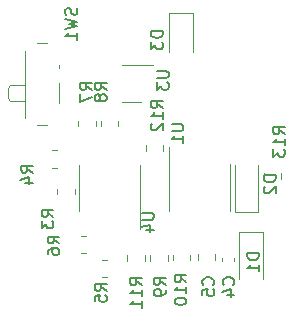
<source format=gbr>
%TF.GenerationSoftware,KiCad,Pcbnew,7.0.5*%
%TF.CreationDate,2023-07-26T01:35:09-03:00*%
%TF.ProjectId,HallCoinDetector,48616c6c-436f-4696-9e44-65746563746f,rev?*%
%TF.SameCoordinates,Original*%
%TF.FileFunction,Legend,Bot*%
%TF.FilePolarity,Positive*%
%FSLAX46Y46*%
G04 Gerber Fmt 4.6, Leading zero omitted, Abs format (unit mm)*
G04 Created by KiCad (PCBNEW 7.0.5) date 2023-07-26 01:35:09*
%MOMM*%
%LPD*%
G01*
G04 APERTURE LIST*
%ADD10C,0.150000*%
%ADD11C,0.120000*%
G04 APERTURE END LIST*
D10*
%TO.C,R8*%
X162354819Y-102193333D02*
X161878628Y-101860000D01*
X162354819Y-101621905D02*
X161354819Y-101621905D01*
X161354819Y-101621905D02*
X161354819Y-102002857D01*
X161354819Y-102002857D02*
X161402438Y-102098095D01*
X161402438Y-102098095D02*
X161450057Y-102145714D01*
X161450057Y-102145714D02*
X161545295Y-102193333D01*
X161545295Y-102193333D02*
X161688152Y-102193333D01*
X161688152Y-102193333D02*
X161783390Y-102145714D01*
X161783390Y-102145714D02*
X161831009Y-102098095D01*
X161831009Y-102098095D02*
X161878628Y-102002857D01*
X161878628Y-102002857D02*
X161878628Y-101621905D01*
X161783390Y-102764762D02*
X161735771Y-102669524D01*
X161735771Y-102669524D02*
X161688152Y-102621905D01*
X161688152Y-102621905D02*
X161592914Y-102574286D01*
X161592914Y-102574286D02*
X161545295Y-102574286D01*
X161545295Y-102574286D02*
X161450057Y-102621905D01*
X161450057Y-102621905D02*
X161402438Y-102669524D01*
X161402438Y-102669524D02*
X161354819Y-102764762D01*
X161354819Y-102764762D02*
X161354819Y-102955238D01*
X161354819Y-102955238D02*
X161402438Y-103050476D01*
X161402438Y-103050476D02*
X161450057Y-103098095D01*
X161450057Y-103098095D02*
X161545295Y-103145714D01*
X161545295Y-103145714D02*
X161592914Y-103145714D01*
X161592914Y-103145714D02*
X161688152Y-103098095D01*
X161688152Y-103098095D02*
X161735771Y-103050476D01*
X161735771Y-103050476D02*
X161783390Y-102955238D01*
X161783390Y-102955238D02*
X161783390Y-102764762D01*
X161783390Y-102764762D02*
X161831009Y-102669524D01*
X161831009Y-102669524D02*
X161878628Y-102621905D01*
X161878628Y-102621905D02*
X161973866Y-102574286D01*
X161973866Y-102574286D02*
X162164342Y-102574286D01*
X162164342Y-102574286D02*
X162259580Y-102621905D01*
X162259580Y-102621905D02*
X162307200Y-102669524D01*
X162307200Y-102669524D02*
X162354819Y-102764762D01*
X162354819Y-102764762D02*
X162354819Y-102955238D01*
X162354819Y-102955238D02*
X162307200Y-103050476D01*
X162307200Y-103050476D02*
X162259580Y-103098095D01*
X162259580Y-103098095D02*
X162164342Y-103145714D01*
X162164342Y-103145714D02*
X161973866Y-103145714D01*
X161973866Y-103145714D02*
X161878628Y-103098095D01*
X161878628Y-103098095D02*
X161831009Y-103050476D01*
X161831009Y-103050476D02*
X161783390Y-102955238D01*
%TO.C,R6*%
X158354819Y-115193333D02*
X157878628Y-114860000D01*
X158354819Y-114621905D02*
X157354819Y-114621905D01*
X157354819Y-114621905D02*
X157354819Y-115002857D01*
X157354819Y-115002857D02*
X157402438Y-115098095D01*
X157402438Y-115098095D02*
X157450057Y-115145714D01*
X157450057Y-115145714D02*
X157545295Y-115193333D01*
X157545295Y-115193333D02*
X157688152Y-115193333D01*
X157688152Y-115193333D02*
X157783390Y-115145714D01*
X157783390Y-115145714D02*
X157831009Y-115098095D01*
X157831009Y-115098095D02*
X157878628Y-115002857D01*
X157878628Y-115002857D02*
X157878628Y-114621905D01*
X157354819Y-116050476D02*
X157354819Y-115860000D01*
X157354819Y-115860000D02*
X157402438Y-115764762D01*
X157402438Y-115764762D02*
X157450057Y-115717143D01*
X157450057Y-115717143D02*
X157592914Y-115621905D01*
X157592914Y-115621905D02*
X157783390Y-115574286D01*
X157783390Y-115574286D02*
X158164342Y-115574286D01*
X158164342Y-115574286D02*
X158259580Y-115621905D01*
X158259580Y-115621905D02*
X158307200Y-115669524D01*
X158307200Y-115669524D02*
X158354819Y-115764762D01*
X158354819Y-115764762D02*
X158354819Y-115955238D01*
X158354819Y-115955238D02*
X158307200Y-116050476D01*
X158307200Y-116050476D02*
X158259580Y-116098095D01*
X158259580Y-116098095D02*
X158164342Y-116145714D01*
X158164342Y-116145714D02*
X157926247Y-116145714D01*
X157926247Y-116145714D02*
X157831009Y-116098095D01*
X157831009Y-116098095D02*
X157783390Y-116050476D01*
X157783390Y-116050476D02*
X157735771Y-115955238D01*
X157735771Y-115955238D02*
X157735771Y-115764762D01*
X157735771Y-115764762D02*
X157783390Y-115669524D01*
X157783390Y-115669524D02*
X157831009Y-115621905D01*
X157831009Y-115621905D02*
X157926247Y-115574286D01*
%TO.C,R10*%
X169104819Y-118467142D02*
X168628628Y-118133809D01*
X169104819Y-117895714D02*
X168104819Y-117895714D01*
X168104819Y-117895714D02*
X168104819Y-118276666D01*
X168104819Y-118276666D02*
X168152438Y-118371904D01*
X168152438Y-118371904D02*
X168200057Y-118419523D01*
X168200057Y-118419523D02*
X168295295Y-118467142D01*
X168295295Y-118467142D02*
X168438152Y-118467142D01*
X168438152Y-118467142D02*
X168533390Y-118419523D01*
X168533390Y-118419523D02*
X168581009Y-118371904D01*
X168581009Y-118371904D02*
X168628628Y-118276666D01*
X168628628Y-118276666D02*
X168628628Y-117895714D01*
X169104819Y-119419523D02*
X169104819Y-118848095D01*
X169104819Y-119133809D02*
X168104819Y-119133809D01*
X168104819Y-119133809D02*
X168247676Y-119038571D01*
X168247676Y-119038571D02*
X168342914Y-118943333D01*
X168342914Y-118943333D02*
X168390533Y-118848095D01*
X168104819Y-120038571D02*
X168104819Y-120133809D01*
X168104819Y-120133809D02*
X168152438Y-120229047D01*
X168152438Y-120229047D02*
X168200057Y-120276666D01*
X168200057Y-120276666D02*
X168295295Y-120324285D01*
X168295295Y-120324285D02*
X168485771Y-120371904D01*
X168485771Y-120371904D02*
X168723866Y-120371904D01*
X168723866Y-120371904D02*
X168914342Y-120324285D01*
X168914342Y-120324285D02*
X169009580Y-120276666D01*
X169009580Y-120276666D02*
X169057200Y-120229047D01*
X169057200Y-120229047D02*
X169104819Y-120133809D01*
X169104819Y-120133809D02*
X169104819Y-120038571D01*
X169104819Y-120038571D02*
X169057200Y-119943333D01*
X169057200Y-119943333D02*
X169009580Y-119895714D01*
X169009580Y-119895714D02*
X168914342Y-119848095D01*
X168914342Y-119848095D02*
X168723866Y-119800476D01*
X168723866Y-119800476D02*
X168485771Y-119800476D01*
X168485771Y-119800476D02*
X168295295Y-119848095D01*
X168295295Y-119848095D02*
X168200057Y-119895714D01*
X168200057Y-119895714D02*
X168152438Y-119943333D01*
X168152438Y-119943333D02*
X168104819Y-120038571D01*
%TO.C,SW1*%
X159807200Y-95276667D02*
X159854819Y-95419524D01*
X159854819Y-95419524D02*
X159854819Y-95657619D01*
X159854819Y-95657619D02*
X159807200Y-95752857D01*
X159807200Y-95752857D02*
X159759580Y-95800476D01*
X159759580Y-95800476D02*
X159664342Y-95848095D01*
X159664342Y-95848095D02*
X159569104Y-95848095D01*
X159569104Y-95848095D02*
X159473866Y-95800476D01*
X159473866Y-95800476D02*
X159426247Y-95752857D01*
X159426247Y-95752857D02*
X159378628Y-95657619D01*
X159378628Y-95657619D02*
X159331009Y-95467143D01*
X159331009Y-95467143D02*
X159283390Y-95371905D01*
X159283390Y-95371905D02*
X159235771Y-95324286D01*
X159235771Y-95324286D02*
X159140533Y-95276667D01*
X159140533Y-95276667D02*
X159045295Y-95276667D01*
X159045295Y-95276667D02*
X158950057Y-95324286D01*
X158950057Y-95324286D02*
X158902438Y-95371905D01*
X158902438Y-95371905D02*
X158854819Y-95467143D01*
X158854819Y-95467143D02*
X158854819Y-95705238D01*
X158854819Y-95705238D02*
X158902438Y-95848095D01*
X158854819Y-96181429D02*
X159854819Y-96419524D01*
X159854819Y-96419524D02*
X159140533Y-96610000D01*
X159140533Y-96610000D02*
X159854819Y-96800476D01*
X159854819Y-96800476D02*
X158854819Y-97038572D01*
X159854819Y-97943333D02*
X159854819Y-97371905D01*
X159854819Y-97657619D02*
X158854819Y-97657619D01*
X158854819Y-97657619D02*
X158997676Y-97562381D01*
X158997676Y-97562381D02*
X159092914Y-97467143D01*
X159092914Y-97467143D02*
X159140533Y-97371905D01*
%TO.C,R5*%
X162354819Y-119193333D02*
X161878628Y-118860000D01*
X162354819Y-118621905D02*
X161354819Y-118621905D01*
X161354819Y-118621905D02*
X161354819Y-119002857D01*
X161354819Y-119002857D02*
X161402438Y-119098095D01*
X161402438Y-119098095D02*
X161450057Y-119145714D01*
X161450057Y-119145714D02*
X161545295Y-119193333D01*
X161545295Y-119193333D02*
X161688152Y-119193333D01*
X161688152Y-119193333D02*
X161783390Y-119145714D01*
X161783390Y-119145714D02*
X161831009Y-119098095D01*
X161831009Y-119098095D02*
X161878628Y-119002857D01*
X161878628Y-119002857D02*
X161878628Y-118621905D01*
X161354819Y-120098095D02*
X161354819Y-119621905D01*
X161354819Y-119621905D02*
X161831009Y-119574286D01*
X161831009Y-119574286D02*
X161783390Y-119621905D01*
X161783390Y-119621905D02*
X161735771Y-119717143D01*
X161735771Y-119717143D02*
X161735771Y-119955238D01*
X161735771Y-119955238D02*
X161783390Y-120050476D01*
X161783390Y-120050476D02*
X161831009Y-120098095D01*
X161831009Y-120098095D02*
X161926247Y-120145714D01*
X161926247Y-120145714D02*
X162164342Y-120145714D01*
X162164342Y-120145714D02*
X162259580Y-120098095D01*
X162259580Y-120098095D02*
X162307200Y-120050476D01*
X162307200Y-120050476D02*
X162354819Y-119955238D01*
X162354819Y-119955238D02*
X162354819Y-119717143D01*
X162354819Y-119717143D02*
X162307200Y-119621905D01*
X162307200Y-119621905D02*
X162259580Y-119574286D01*
%TO.C,R12*%
X167104819Y-103717142D02*
X166628628Y-103383809D01*
X167104819Y-103145714D02*
X166104819Y-103145714D01*
X166104819Y-103145714D02*
X166104819Y-103526666D01*
X166104819Y-103526666D02*
X166152438Y-103621904D01*
X166152438Y-103621904D02*
X166200057Y-103669523D01*
X166200057Y-103669523D02*
X166295295Y-103717142D01*
X166295295Y-103717142D02*
X166438152Y-103717142D01*
X166438152Y-103717142D02*
X166533390Y-103669523D01*
X166533390Y-103669523D02*
X166581009Y-103621904D01*
X166581009Y-103621904D02*
X166628628Y-103526666D01*
X166628628Y-103526666D02*
X166628628Y-103145714D01*
X167104819Y-104669523D02*
X167104819Y-104098095D01*
X167104819Y-104383809D02*
X166104819Y-104383809D01*
X166104819Y-104383809D02*
X166247676Y-104288571D01*
X166247676Y-104288571D02*
X166342914Y-104193333D01*
X166342914Y-104193333D02*
X166390533Y-104098095D01*
X166200057Y-105050476D02*
X166152438Y-105098095D01*
X166152438Y-105098095D02*
X166104819Y-105193333D01*
X166104819Y-105193333D02*
X166104819Y-105431428D01*
X166104819Y-105431428D02*
X166152438Y-105526666D01*
X166152438Y-105526666D02*
X166200057Y-105574285D01*
X166200057Y-105574285D02*
X166295295Y-105621904D01*
X166295295Y-105621904D02*
X166390533Y-105621904D01*
X166390533Y-105621904D02*
X166533390Y-105574285D01*
X166533390Y-105574285D02*
X167104819Y-105002857D01*
X167104819Y-105002857D02*
X167104819Y-105621904D01*
%TO.C,D2*%
X176659719Y-109437605D02*
X175659719Y-109437605D01*
X175659719Y-109437605D02*
X175659719Y-109675700D01*
X175659719Y-109675700D02*
X175707338Y-109818557D01*
X175707338Y-109818557D02*
X175802576Y-109913795D01*
X175802576Y-109913795D02*
X175897814Y-109961414D01*
X175897814Y-109961414D02*
X176088290Y-110009033D01*
X176088290Y-110009033D02*
X176231147Y-110009033D01*
X176231147Y-110009033D02*
X176421623Y-109961414D01*
X176421623Y-109961414D02*
X176516861Y-109913795D01*
X176516861Y-109913795D02*
X176612100Y-109818557D01*
X176612100Y-109818557D02*
X176659719Y-109675700D01*
X176659719Y-109675700D02*
X176659719Y-109437605D01*
X175754957Y-110389986D02*
X175707338Y-110437605D01*
X175707338Y-110437605D02*
X175659719Y-110532843D01*
X175659719Y-110532843D02*
X175659719Y-110770938D01*
X175659719Y-110770938D02*
X175707338Y-110866176D01*
X175707338Y-110866176D02*
X175754957Y-110913795D01*
X175754957Y-110913795D02*
X175850195Y-110961414D01*
X175850195Y-110961414D02*
X175945433Y-110961414D01*
X175945433Y-110961414D02*
X176088290Y-110913795D01*
X176088290Y-110913795D02*
X176659719Y-110342367D01*
X176659719Y-110342367D02*
X176659719Y-110961414D01*
%TO.C,U1*%
X167854819Y-105098095D02*
X168664342Y-105098095D01*
X168664342Y-105098095D02*
X168759580Y-105145714D01*
X168759580Y-105145714D02*
X168807200Y-105193333D01*
X168807200Y-105193333D02*
X168854819Y-105288571D01*
X168854819Y-105288571D02*
X168854819Y-105479047D01*
X168854819Y-105479047D02*
X168807200Y-105574285D01*
X168807200Y-105574285D02*
X168759580Y-105621904D01*
X168759580Y-105621904D02*
X168664342Y-105669523D01*
X168664342Y-105669523D02*
X167854819Y-105669523D01*
X168854819Y-106669523D02*
X168854819Y-106098095D01*
X168854819Y-106383809D02*
X167854819Y-106383809D01*
X167854819Y-106383809D02*
X167997676Y-106288571D01*
X167997676Y-106288571D02*
X168092914Y-106193333D01*
X168092914Y-106193333D02*
X168140533Y-106098095D01*
%TO.C,R9*%
X167354819Y-118693333D02*
X166878628Y-118360000D01*
X167354819Y-118121905D02*
X166354819Y-118121905D01*
X166354819Y-118121905D02*
X166354819Y-118502857D01*
X166354819Y-118502857D02*
X166402438Y-118598095D01*
X166402438Y-118598095D02*
X166450057Y-118645714D01*
X166450057Y-118645714D02*
X166545295Y-118693333D01*
X166545295Y-118693333D02*
X166688152Y-118693333D01*
X166688152Y-118693333D02*
X166783390Y-118645714D01*
X166783390Y-118645714D02*
X166831009Y-118598095D01*
X166831009Y-118598095D02*
X166878628Y-118502857D01*
X166878628Y-118502857D02*
X166878628Y-118121905D01*
X167354819Y-119169524D02*
X167354819Y-119360000D01*
X167354819Y-119360000D02*
X167307200Y-119455238D01*
X167307200Y-119455238D02*
X167259580Y-119502857D01*
X167259580Y-119502857D02*
X167116723Y-119598095D01*
X167116723Y-119598095D02*
X166926247Y-119645714D01*
X166926247Y-119645714D02*
X166545295Y-119645714D01*
X166545295Y-119645714D02*
X166450057Y-119598095D01*
X166450057Y-119598095D02*
X166402438Y-119550476D01*
X166402438Y-119550476D02*
X166354819Y-119455238D01*
X166354819Y-119455238D02*
X166354819Y-119264762D01*
X166354819Y-119264762D02*
X166402438Y-119169524D01*
X166402438Y-119169524D02*
X166450057Y-119121905D01*
X166450057Y-119121905D02*
X166545295Y-119074286D01*
X166545295Y-119074286D02*
X166783390Y-119074286D01*
X166783390Y-119074286D02*
X166878628Y-119121905D01*
X166878628Y-119121905D02*
X166926247Y-119169524D01*
X166926247Y-119169524D02*
X166973866Y-119264762D01*
X166973866Y-119264762D02*
X166973866Y-119455238D01*
X166973866Y-119455238D02*
X166926247Y-119550476D01*
X166926247Y-119550476D02*
X166878628Y-119598095D01*
X166878628Y-119598095D02*
X166783390Y-119645714D01*
%TO.C,R13*%
X177459719Y-105932842D02*
X176983528Y-105599509D01*
X177459719Y-105361414D02*
X176459719Y-105361414D01*
X176459719Y-105361414D02*
X176459719Y-105742366D01*
X176459719Y-105742366D02*
X176507338Y-105837604D01*
X176507338Y-105837604D02*
X176554957Y-105885223D01*
X176554957Y-105885223D02*
X176650195Y-105932842D01*
X176650195Y-105932842D02*
X176793052Y-105932842D01*
X176793052Y-105932842D02*
X176888290Y-105885223D01*
X176888290Y-105885223D02*
X176935909Y-105837604D01*
X176935909Y-105837604D02*
X176983528Y-105742366D01*
X176983528Y-105742366D02*
X176983528Y-105361414D01*
X177459719Y-106885223D02*
X177459719Y-106313795D01*
X177459719Y-106599509D02*
X176459719Y-106599509D01*
X176459719Y-106599509D02*
X176602576Y-106504271D01*
X176602576Y-106504271D02*
X176697814Y-106409033D01*
X176697814Y-106409033D02*
X176745433Y-106313795D01*
X176459719Y-107218557D02*
X176459719Y-107837604D01*
X176459719Y-107837604D02*
X176840671Y-107504271D01*
X176840671Y-107504271D02*
X176840671Y-107647128D01*
X176840671Y-107647128D02*
X176888290Y-107742366D01*
X176888290Y-107742366D02*
X176935909Y-107789985D01*
X176935909Y-107789985D02*
X177031147Y-107837604D01*
X177031147Y-107837604D02*
X177269242Y-107837604D01*
X177269242Y-107837604D02*
X177364480Y-107789985D01*
X177364480Y-107789985D02*
X177412100Y-107742366D01*
X177412100Y-107742366D02*
X177459719Y-107647128D01*
X177459719Y-107647128D02*
X177459719Y-107361414D01*
X177459719Y-107361414D02*
X177412100Y-107266176D01*
X177412100Y-107266176D02*
X177364480Y-107218557D01*
%TO.C,C5*%
X171363280Y-118693333D02*
X171410900Y-118645714D01*
X171410900Y-118645714D02*
X171458519Y-118502857D01*
X171458519Y-118502857D02*
X171458519Y-118407619D01*
X171458519Y-118407619D02*
X171410900Y-118264762D01*
X171410900Y-118264762D02*
X171315661Y-118169524D01*
X171315661Y-118169524D02*
X171220423Y-118121905D01*
X171220423Y-118121905D02*
X171029947Y-118074286D01*
X171029947Y-118074286D02*
X170887090Y-118074286D01*
X170887090Y-118074286D02*
X170696614Y-118121905D01*
X170696614Y-118121905D02*
X170601376Y-118169524D01*
X170601376Y-118169524D02*
X170506138Y-118264762D01*
X170506138Y-118264762D02*
X170458519Y-118407619D01*
X170458519Y-118407619D02*
X170458519Y-118502857D01*
X170458519Y-118502857D02*
X170506138Y-118645714D01*
X170506138Y-118645714D02*
X170553757Y-118693333D01*
X170458519Y-119598095D02*
X170458519Y-119121905D01*
X170458519Y-119121905D02*
X170934709Y-119074286D01*
X170934709Y-119074286D02*
X170887090Y-119121905D01*
X170887090Y-119121905D02*
X170839471Y-119217143D01*
X170839471Y-119217143D02*
X170839471Y-119455238D01*
X170839471Y-119455238D02*
X170887090Y-119550476D01*
X170887090Y-119550476D02*
X170934709Y-119598095D01*
X170934709Y-119598095D02*
X171029947Y-119645714D01*
X171029947Y-119645714D02*
X171268042Y-119645714D01*
X171268042Y-119645714D02*
X171363280Y-119598095D01*
X171363280Y-119598095D02*
X171410900Y-119550476D01*
X171410900Y-119550476D02*
X171458519Y-119455238D01*
X171458519Y-119455238D02*
X171458519Y-119217143D01*
X171458519Y-119217143D02*
X171410900Y-119121905D01*
X171410900Y-119121905D02*
X171363280Y-119074286D01*
%TO.C,U3*%
X166604819Y-100598095D02*
X167414342Y-100598095D01*
X167414342Y-100598095D02*
X167509580Y-100645714D01*
X167509580Y-100645714D02*
X167557200Y-100693333D01*
X167557200Y-100693333D02*
X167604819Y-100788571D01*
X167604819Y-100788571D02*
X167604819Y-100979047D01*
X167604819Y-100979047D02*
X167557200Y-101074285D01*
X167557200Y-101074285D02*
X167509580Y-101121904D01*
X167509580Y-101121904D02*
X167414342Y-101169523D01*
X167414342Y-101169523D02*
X166604819Y-101169523D01*
X166604819Y-101550476D02*
X166604819Y-102169523D01*
X166604819Y-102169523D02*
X166985771Y-101836190D01*
X166985771Y-101836190D02*
X166985771Y-101979047D01*
X166985771Y-101979047D02*
X167033390Y-102074285D01*
X167033390Y-102074285D02*
X167081009Y-102121904D01*
X167081009Y-102121904D02*
X167176247Y-102169523D01*
X167176247Y-102169523D02*
X167414342Y-102169523D01*
X167414342Y-102169523D02*
X167509580Y-102121904D01*
X167509580Y-102121904D02*
X167557200Y-102074285D01*
X167557200Y-102074285D02*
X167604819Y-101979047D01*
X167604819Y-101979047D02*
X167604819Y-101693333D01*
X167604819Y-101693333D02*
X167557200Y-101598095D01*
X167557200Y-101598095D02*
X167509580Y-101550476D01*
%TO.C,C4*%
X173084480Y-118693333D02*
X173132100Y-118645714D01*
X173132100Y-118645714D02*
X173179719Y-118502857D01*
X173179719Y-118502857D02*
X173179719Y-118407619D01*
X173179719Y-118407619D02*
X173132100Y-118264762D01*
X173132100Y-118264762D02*
X173036861Y-118169524D01*
X173036861Y-118169524D02*
X172941623Y-118121905D01*
X172941623Y-118121905D02*
X172751147Y-118074286D01*
X172751147Y-118074286D02*
X172608290Y-118074286D01*
X172608290Y-118074286D02*
X172417814Y-118121905D01*
X172417814Y-118121905D02*
X172322576Y-118169524D01*
X172322576Y-118169524D02*
X172227338Y-118264762D01*
X172227338Y-118264762D02*
X172179719Y-118407619D01*
X172179719Y-118407619D02*
X172179719Y-118502857D01*
X172179719Y-118502857D02*
X172227338Y-118645714D01*
X172227338Y-118645714D02*
X172274957Y-118693333D01*
X172513052Y-119550476D02*
X173179719Y-119550476D01*
X172132100Y-119312381D02*
X172846385Y-119074286D01*
X172846385Y-119074286D02*
X172846385Y-119693333D01*
%TO.C,R7*%
X161104819Y-102193333D02*
X160628628Y-101860000D01*
X161104819Y-101621905D02*
X160104819Y-101621905D01*
X160104819Y-101621905D02*
X160104819Y-102002857D01*
X160104819Y-102002857D02*
X160152438Y-102098095D01*
X160152438Y-102098095D02*
X160200057Y-102145714D01*
X160200057Y-102145714D02*
X160295295Y-102193333D01*
X160295295Y-102193333D02*
X160438152Y-102193333D01*
X160438152Y-102193333D02*
X160533390Y-102145714D01*
X160533390Y-102145714D02*
X160581009Y-102098095D01*
X160581009Y-102098095D02*
X160628628Y-102002857D01*
X160628628Y-102002857D02*
X160628628Y-101621905D01*
X160104819Y-102526667D02*
X160104819Y-103193333D01*
X160104819Y-103193333D02*
X161104819Y-102764762D01*
%TO.C,D3*%
X167104819Y-97221905D02*
X166104819Y-97221905D01*
X166104819Y-97221905D02*
X166104819Y-97460000D01*
X166104819Y-97460000D02*
X166152438Y-97602857D01*
X166152438Y-97602857D02*
X166247676Y-97698095D01*
X166247676Y-97698095D02*
X166342914Y-97745714D01*
X166342914Y-97745714D02*
X166533390Y-97793333D01*
X166533390Y-97793333D02*
X166676247Y-97793333D01*
X166676247Y-97793333D02*
X166866723Y-97745714D01*
X166866723Y-97745714D02*
X166961961Y-97698095D01*
X166961961Y-97698095D02*
X167057200Y-97602857D01*
X167057200Y-97602857D02*
X167104819Y-97460000D01*
X167104819Y-97460000D02*
X167104819Y-97221905D01*
X166104819Y-98126667D02*
X166104819Y-98745714D01*
X166104819Y-98745714D02*
X166485771Y-98412381D01*
X166485771Y-98412381D02*
X166485771Y-98555238D01*
X166485771Y-98555238D02*
X166533390Y-98650476D01*
X166533390Y-98650476D02*
X166581009Y-98698095D01*
X166581009Y-98698095D02*
X166676247Y-98745714D01*
X166676247Y-98745714D02*
X166914342Y-98745714D01*
X166914342Y-98745714D02*
X167009580Y-98698095D01*
X167009580Y-98698095D02*
X167057200Y-98650476D01*
X167057200Y-98650476D02*
X167104819Y-98555238D01*
X167104819Y-98555238D02*
X167104819Y-98269524D01*
X167104819Y-98269524D02*
X167057200Y-98174286D01*
X167057200Y-98174286D02*
X167009580Y-98126667D01*
%TO.C,R4*%
X156104819Y-109193333D02*
X155628628Y-108860000D01*
X156104819Y-108621905D02*
X155104819Y-108621905D01*
X155104819Y-108621905D02*
X155104819Y-109002857D01*
X155104819Y-109002857D02*
X155152438Y-109098095D01*
X155152438Y-109098095D02*
X155200057Y-109145714D01*
X155200057Y-109145714D02*
X155295295Y-109193333D01*
X155295295Y-109193333D02*
X155438152Y-109193333D01*
X155438152Y-109193333D02*
X155533390Y-109145714D01*
X155533390Y-109145714D02*
X155581009Y-109098095D01*
X155581009Y-109098095D02*
X155628628Y-109002857D01*
X155628628Y-109002857D02*
X155628628Y-108621905D01*
X155438152Y-110050476D02*
X156104819Y-110050476D01*
X155057200Y-109812381D02*
X155771485Y-109574286D01*
X155771485Y-109574286D02*
X155771485Y-110193333D01*
%TO.C,D1*%
X175259719Y-116037605D02*
X174259719Y-116037605D01*
X174259719Y-116037605D02*
X174259719Y-116275700D01*
X174259719Y-116275700D02*
X174307338Y-116418557D01*
X174307338Y-116418557D02*
X174402576Y-116513795D01*
X174402576Y-116513795D02*
X174497814Y-116561414D01*
X174497814Y-116561414D02*
X174688290Y-116609033D01*
X174688290Y-116609033D02*
X174831147Y-116609033D01*
X174831147Y-116609033D02*
X175021623Y-116561414D01*
X175021623Y-116561414D02*
X175116861Y-116513795D01*
X175116861Y-116513795D02*
X175212100Y-116418557D01*
X175212100Y-116418557D02*
X175259719Y-116275700D01*
X175259719Y-116275700D02*
X175259719Y-116037605D01*
X175259719Y-117561414D02*
X175259719Y-116989986D01*
X175259719Y-117275700D02*
X174259719Y-117275700D01*
X174259719Y-117275700D02*
X174402576Y-117180462D01*
X174402576Y-117180462D02*
X174497814Y-117085224D01*
X174497814Y-117085224D02*
X174545433Y-116989986D01*
%TO.C,R11*%
X165354819Y-118717142D02*
X164878628Y-118383809D01*
X165354819Y-118145714D02*
X164354819Y-118145714D01*
X164354819Y-118145714D02*
X164354819Y-118526666D01*
X164354819Y-118526666D02*
X164402438Y-118621904D01*
X164402438Y-118621904D02*
X164450057Y-118669523D01*
X164450057Y-118669523D02*
X164545295Y-118717142D01*
X164545295Y-118717142D02*
X164688152Y-118717142D01*
X164688152Y-118717142D02*
X164783390Y-118669523D01*
X164783390Y-118669523D02*
X164831009Y-118621904D01*
X164831009Y-118621904D02*
X164878628Y-118526666D01*
X164878628Y-118526666D02*
X164878628Y-118145714D01*
X165354819Y-119669523D02*
X165354819Y-119098095D01*
X165354819Y-119383809D02*
X164354819Y-119383809D01*
X164354819Y-119383809D02*
X164497676Y-119288571D01*
X164497676Y-119288571D02*
X164592914Y-119193333D01*
X164592914Y-119193333D02*
X164640533Y-119098095D01*
X165354819Y-120621904D02*
X165354819Y-120050476D01*
X165354819Y-120336190D02*
X164354819Y-120336190D01*
X164354819Y-120336190D02*
X164497676Y-120240952D01*
X164497676Y-120240952D02*
X164592914Y-120145714D01*
X164592914Y-120145714D02*
X164640533Y-120050476D01*
%TO.C,R3*%
X157854819Y-112943333D02*
X157378628Y-112610000D01*
X157854819Y-112371905D02*
X156854819Y-112371905D01*
X156854819Y-112371905D02*
X156854819Y-112752857D01*
X156854819Y-112752857D02*
X156902438Y-112848095D01*
X156902438Y-112848095D02*
X156950057Y-112895714D01*
X156950057Y-112895714D02*
X157045295Y-112943333D01*
X157045295Y-112943333D02*
X157188152Y-112943333D01*
X157188152Y-112943333D02*
X157283390Y-112895714D01*
X157283390Y-112895714D02*
X157331009Y-112848095D01*
X157331009Y-112848095D02*
X157378628Y-112752857D01*
X157378628Y-112752857D02*
X157378628Y-112371905D01*
X156854819Y-113276667D02*
X156854819Y-113895714D01*
X156854819Y-113895714D02*
X157235771Y-113562381D01*
X157235771Y-113562381D02*
X157235771Y-113705238D01*
X157235771Y-113705238D02*
X157283390Y-113800476D01*
X157283390Y-113800476D02*
X157331009Y-113848095D01*
X157331009Y-113848095D02*
X157426247Y-113895714D01*
X157426247Y-113895714D02*
X157664342Y-113895714D01*
X157664342Y-113895714D02*
X157759580Y-113848095D01*
X157759580Y-113848095D02*
X157807200Y-113800476D01*
X157807200Y-113800476D02*
X157854819Y-113705238D01*
X157854819Y-113705238D02*
X157854819Y-113419524D01*
X157854819Y-113419524D02*
X157807200Y-113324286D01*
X157807200Y-113324286D02*
X157759580Y-113276667D01*
%TO.C,U4*%
X165354819Y-112598095D02*
X166164342Y-112598095D01*
X166164342Y-112598095D02*
X166259580Y-112645714D01*
X166259580Y-112645714D02*
X166307200Y-112693333D01*
X166307200Y-112693333D02*
X166354819Y-112788571D01*
X166354819Y-112788571D02*
X166354819Y-112979047D01*
X166354819Y-112979047D02*
X166307200Y-113074285D01*
X166307200Y-113074285D02*
X166259580Y-113121904D01*
X166259580Y-113121904D02*
X166164342Y-113169523D01*
X166164342Y-113169523D02*
X165354819Y-113169523D01*
X165688152Y-114074285D02*
X166354819Y-114074285D01*
X165307200Y-113836190D02*
X166021485Y-113598095D01*
X166021485Y-113598095D02*
X166021485Y-114217142D01*
D11*
%TO.C,R8*%
X163355000Y-104806636D02*
X163355000Y-105260764D01*
X161885000Y-104806636D02*
X161885000Y-105260764D01*
%TO.C,R6*%
X160157736Y-114562200D02*
X160611864Y-114562200D01*
X160157736Y-116032200D02*
X160611864Y-116032200D01*
%TO.C,R10*%
X169451000Y-116135036D02*
X169451000Y-116589164D01*
X167981000Y-116135036D02*
X167981000Y-116589164D01*
%TO.C,SW1*%
X157279600Y-105159600D02*
X156489600Y-105159600D01*
X155479600Y-104559600D02*
X155479600Y-98859600D01*
X158329600Y-103309600D02*
X158329600Y-101609600D01*
X154189600Y-103109600D02*
X153979600Y-102909600D01*
X155479600Y-103109600D02*
X154189600Y-103109600D01*
X153979600Y-102909600D02*
X153979600Y-102009600D01*
X154189600Y-101809600D02*
X153979600Y-102009600D01*
X154189600Y-101809600D02*
X155479600Y-101809600D01*
X158329600Y-100309600D02*
X158329600Y-100109600D01*
X156489600Y-98259600D02*
X157279600Y-98259600D01*
%TO.C,R5*%
X162389864Y-118064200D02*
X161935736Y-118064200D01*
X162389864Y-116594200D02*
X161935736Y-116594200D01*
%TO.C,R12*%
X165695000Y-107343564D02*
X165695000Y-106889436D01*
X167165000Y-107343564D02*
X167165000Y-106889436D01*
%TO.C,D2*%
X173204900Y-112535700D02*
X173204900Y-108525700D01*
X175204900Y-112535700D02*
X173204900Y-112535700D01*
X175204900Y-112535700D02*
X175204900Y-108525700D01*
%TO.C,U1*%
X172774600Y-110457000D02*
X172774600Y-108507000D01*
X172774600Y-110457000D02*
X172774600Y-112407000D01*
X167654600Y-110457000D02*
X167654600Y-107007000D01*
X167654600Y-110457000D02*
X167654600Y-112407000D01*
%TO.C,R9*%
X167520600Y-116185836D02*
X167520600Y-116639964D01*
X166050600Y-116185836D02*
X166050600Y-116639964D01*
%TO.C,R13*%
X175669900Y-109715264D02*
X175669900Y-109261136D01*
X177139900Y-109715264D02*
X177139900Y-109261136D01*
%TO.C,C5*%
X171539900Y-116087548D02*
X171539900Y-116610052D01*
X170069900Y-116087548D02*
X170069900Y-116610052D01*
%TO.C,U3*%
X164448800Y-103192000D02*
X165248800Y-103192000D01*
X164448800Y-103192000D02*
X163648800Y-103192000D01*
X164448800Y-100072000D02*
X166248800Y-100072000D01*
X164448800Y-100072000D02*
X163648800Y-100072000D01*
%TO.C,C4*%
X173114900Y-116388820D02*
X173114900Y-116669980D01*
X172094900Y-116388820D02*
X172094900Y-116669980D01*
%TO.C,R7*%
X159954600Y-105262664D02*
X159954600Y-104808536D01*
X161424600Y-105262664D02*
X161424600Y-104808536D01*
%TO.C,D3*%
X169660000Y-95650000D02*
X167640000Y-95650000D01*
X169660000Y-95650000D02*
X169660000Y-98960000D01*
X167640000Y-98960000D02*
X167640000Y-95650000D01*
%TO.C,R4*%
X158175364Y-108767800D02*
X157721236Y-108767800D01*
X158175364Y-107297800D02*
X157721236Y-107297800D01*
%TO.C,D1*%
X175604900Y-114215700D02*
X175604900Y-118225700D01*
X173604900Y-114215700D02*
X175604900Y-114215700D01*
X173604900Y-114215700D02*
X173604900Y-118225700D01*
%TO.C,R11*%
X164120200Y-116639964D02*
X164120200Y-116185836D01*
X165590200Y-116639964D02*
X165590200Y-116185836D01*
%TO.C,R3*%
X158176600Y-111003064D02*
X158176600Y-110548936D01*
X159646600Y-111003064D02*
X159646600Y-110548936D01*
%TO.C,U4*%
X160034600Y-110507800D02*
X160034600Y-112457800D01*
X160034600Y-110507800D02*
X160034600Y-108557800D01*
X165154600Y-110507800D02*
X165154600Y-113957800D01*
X165154600Y-110507800D02*
X165154600Y-108557800D01*
%TD*%
M02*

</source>
